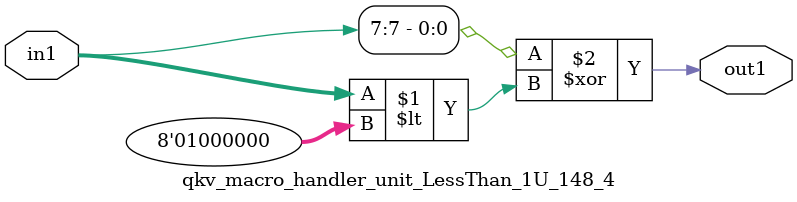
<source format=v>

`timescale 1ps / 1ps


module qkv_macro_handler_unit_LessThan_1U_148_4( in1, out1 );

    input [7:0] in1;
    output out1;

    
    // rtl_process:streamer_handler_LessThan_1U_6_4/streamer_handler_LessThan_1U_6_4_thread_1
    assign out1 = (in1[7] ^ in1 < 8'd064);

endmodule





</source>
